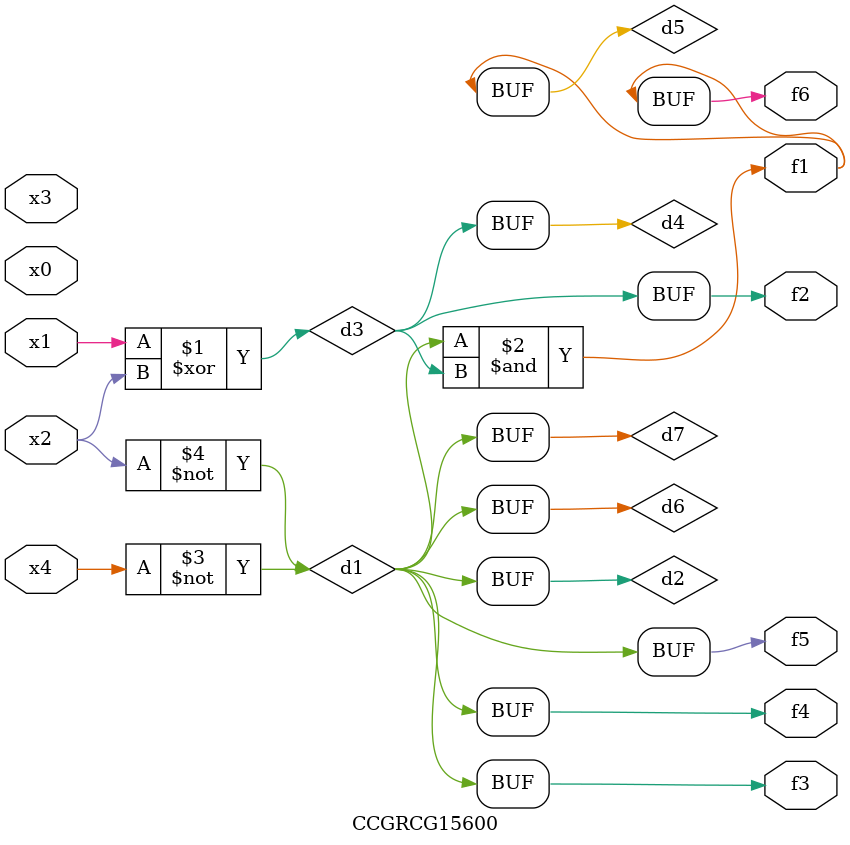
<source format=v>
module CCGRCG15600(
	input x0, x1, x2, x3, x4,
	output f1, f2, f3, f4, f5, f6
);

	wire d1, d2, d3, d4, d5, d6, d7;

	not (d1, x4);
	not (d2, x2);
	xor (d3, x1, x2);
	buf (d4, d3);
	and (d5, d1, d3);
	buf (d6, d1, d2);
	buf (d7, d2);
	assign f1 = d5;
	assign f2 = d4;
	assign f3 = d7;
	assign f4 = d7;
	assign f5 = d7;
	assign f6 = d5;
endmodule

</source>
